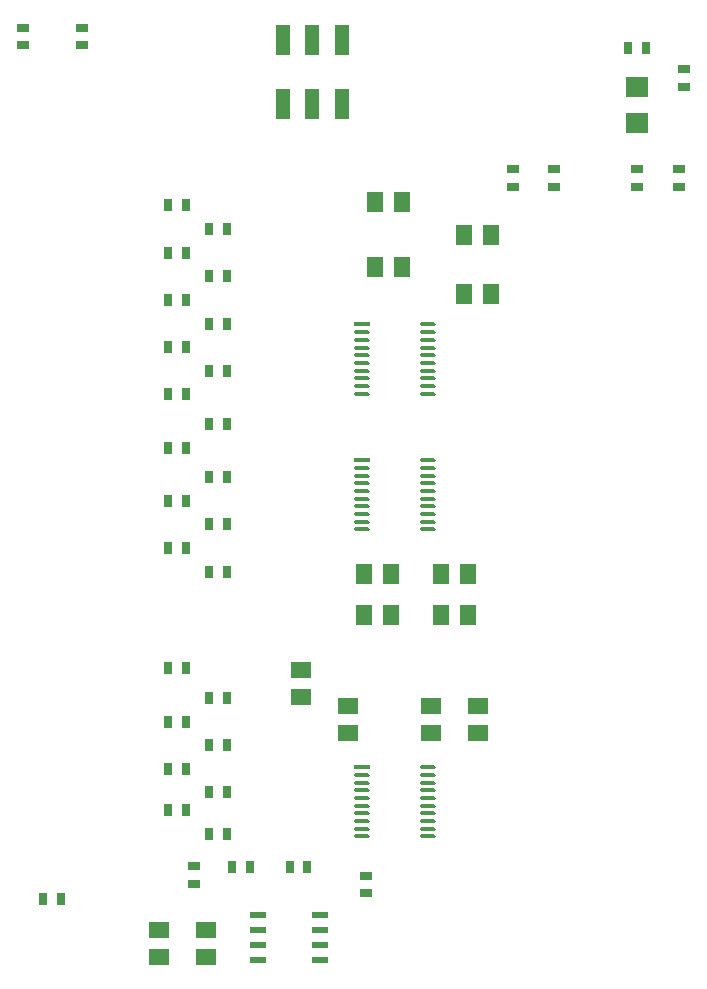
<source format=gbr>
%TF.GenerationSoftware,Altium Limited,Altium Designer,23.3.1 (30)*%
G04 Layer_Color=8421504*
%FSLAX45Y45*%
%MOMM*%
%TF.SameCoordinates,CA382BF2-D798-45FE-BEC5-AB2A3CF063FF*%
%TF.FilePolarity,Positive*%
%TF.FileFunction,Paste,Top*%
%TF.Part,Single*%
G01*
G75*
%TA.AperFunction,SMDPad,CuDef*%
%ADD10R,0.80000X1.00000*%
%ADD11R,1.20000X2.50000*%
%ADD12R,1.00000X0.80000*%
%ADD13R,1.40000X1.70000*%
%ADD14R,1.70000X1.40000*%
G04:AMPARAMS|DCode=15|XSize=1.35543mm|YSize=0.34077mm|CornerRadius=0.17038mm|HoleSize=0mm|Usage=FLASHONLY|Rotation=0.000|XOffset=0mm|YOffset=0mm|HoleType=Round|Shape=RoundedRectangle|*
%AMROUNDEDRECTD15*
21,1,1.35543,0.00000,0,0,0.0*
21,1,1.01467,0.34077,0,0,0.0*
1,1,0.34077,0.50733,0.00000*
1,1,0.34077,-0.50733,0.00000*
1,1,0.34077,-0.50733,0.00000*
1,1,0.34077,0.50733,0.00000*
%
%ADD15ROUNDEDRECTD15*%
%ADD16R,1.35543X0.34077*%
%ADD17R,1.84000X1.80000*%
%ADD18R,1.40000X0.60000*%
D10*
X7828400Y9170000D02*
D03*
X7978400D02*
D03*
X8509132Y3767500D02*
D03*
X8659132D02*
D03*
X6575000Y3500000D02*
D03*
X6425000D02*
D03*
X7628400Y9370000D02*
D03*
X7478400D02*
D03*
X7628400Y8970000D02*
D03*
X7478400D02*
D03*
X7978400Y8770000D02*
D03*
X7828400D02*
D03*
X7628400Y8570000D02*
D03*
X7478400D02*
D03*
X7978400Y8370000D02*
D03*
X7828400D02*
D03*
X7628400Y8170000D02*
D03*
X7478400D02*
D03*
X7978400Y7970000D02*
D03*
X7828400D02*
D03*
X7628400Y7770000D02*
D03*
X7478400D02*
D03*
X7978400Y7520000D02*
D03*
X7828400D02*
D03*
X7628400Y7320000D02*
D03*
X7478400D02*
D03*
X7978400Y7070000D02*
D03*
X7828400D02*
D03*
X7628400Y6870000D02*
D03*
X7478400D02*
D03*
X7978400Y6670000D02*
D03*
X7828400D02*
D03*
X7628400Y6470000D02*
D03*
X7478400D02*
D03*
X7978400Y6270000D02*
D03*
X7828400D02*
D03*
X7628400Y5450000D02*
D03*
X7478400D02*
D03*
X7978400Y5200000D02*
D03*
X7828400D02*
D03*
X7628400Y5000000D02*
D03*
X7478400D02*
D03*
X7978400Y4800000D02*
D03*
X7828400D02*
D03*
X7628400Y4600000D02*
D03*
X7478400D02*
D03*
X7978400Y4400000D02*
D03*
X7828400D02*
D03*
X7628400Y4250000D02*
D03*
X7478400D02*
D03*
X7978400Y4050000D02*
D03*
X7828400D02*
D03*
X8170257Y3767500D02*
D03*
X8020257D02*
D03*
X11525000Y10700000D02*
D03*
X11375000D02*
D03*
D11*
X8700000Y10775000D02*
D03*
Y10225000D02*
D03*
X8450000D02*
D03*
Y10775000D02*
D03*
X8950000D02*
D03*
Y10225000D02*
D03*
D12*
X11850000Y10375000D02*
D03*
Y10525000D02*
D03*
X11450000Y9675000D02*
D03*
Y9525000D02*
D03*
X10750000Y9675000D02*
D03*
Y9525000D02*
D03*
X6250000Y10875000D02*
D03*
Y10725000D02*
D03*
X11803354Y9525000D02*
D03*
Y9675000D02*
D03*
X6750000Y10875000D02*
D03*
Y10725000D02*
D03*
X7700000Y3775000D02*
D03*
Y3625000D02*
D03*
X9153354Y3695000D02*
D03*
Y3545000D02*
D03*
X10400000Y9525000D02*
D03*
Y9675000D02*
D03*
D13*
X9235700Y8850000D02*
D03*
X9464300D02*
D03*
X9235700Y9400000D02*
D03*
X9464300D02*
D03*
X9135700Y6250000D02*
D03*
X9364300D02*
D03*
X10217654Y9120000D02*
D03*
X9989054D02*
D03*
X10217654Y8620000D02*
D03*
X9989054D02*
D03*
X9135700Y5900000D02*
D03*
X9364300D02*
D03*
X9789054D02*
D03*
X10017654D02*
D03*
X9789054Y6250000D02*
D03*
X10017654D02*
D03*
D14*
X7803354Y3005700D02*
D03*
Y3234300D02*
D03*
X8603354Y5205700D02*
D03*
Y5434300D02*
D03*
X10103354Y5134300D02*
D03*
Y4905700D02*
D03*
X9003354D02*
D03*
Y5134300D02*
D03*
X9703354D02*
D03*
Y4905700D02*
D03*
X7403354Y3234300D02*
D03*
Y3005700D02*
D03*
D15*
X9680893Y8362500D02*
D03*
Y8297500D02*
D03*
Y8232500D02*
D03*
Y8167500D02*
D03*
Y8102500D02*
D03*
Y8037500D02*
D03*
Y7972500D02*
D03*
Y7907500D02*
D03*
Y7842500D02*
D03*
Y7777500D02*
D03*
X9125816D02*
D03*
Y7842500D02*
D03*
Y7907500D02*
D03*
Y7972500D02*
D03*
Y8037500D02*
D03*
Y8102500D02*
D03*
Y8167500D02*
D03*
Y8232500D02*
D03*
Y8297500D02*
D03*
X9680893Y7212500D02*
D03*
Y7147500D02*
D03*
Y7082500D02*
D03*
Y7017500D02*
D03*
Y6952500D02*
D03*
Y6887500D02*
D03*
Y6822500D02*
D03*
Y6757500D02*
D03*
Y6692500D02*
D03*
Y6627500D02*
D03*
X9125816D02*
D03*
Y6692500D02*
D03*
Y6757500D02*
D03*
Y6822500D02*
D03*
Y6887500D02*
D03*
Y6952500D02*
D03*
Y7017500D02*
D03*
Y7082500D02*
D03*
Y7147500D02*
D03*
X9680893Y4612500D02*
D03*
Y4547500D02*
D03*
Y4482500D02*
D03*
Y4417500D02*
D03*
Y4352500D02*
D03*
Y4287500D02*
D03*
Y4222500D02*
D03*
Y4157500D02*
D03*
Y4092500D02*
D03*
Y4027500D02*
D03*
X9125816D02*
D03*
Y4092500D02*
D03*
Y4157500D02*
D03*
Y4222500D02*
D03*
Y4287500D02*
D03*
Y4352500D02*
D03*
Y4417500D02*
D03*
Y4482500D02*
D03*
Y4547500D02*
D03*
D16*
Y8362500D02*
D03*
Y7212500D02*
D03*
Y4612500D02*
D03*
D17*
X11453354Y10370000D02*
D03*
Y10070000D02*
D03*
D18*
X8768351Y3360500D02*
D03*
Y3233500D02*
D03*
Y3106500D02*
D03*
Y2979500D02*
D03*
X8238358D02*
D03*
Y3106500D02*
D03*
Y3233500D02*
D03*
Y3360500D02*
D03*
%TF.MD5,dae21354efaa4238c69956ac0b5633f1*%
M02*

</source>
